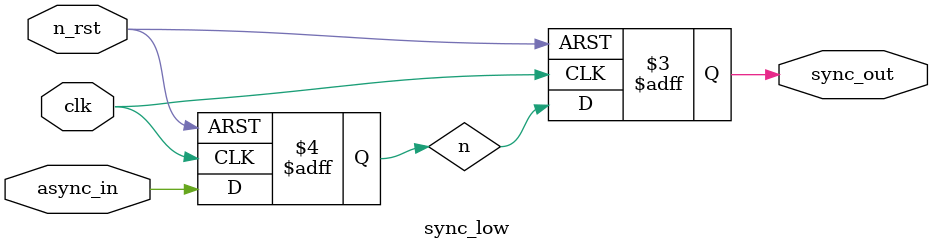
<source format=sv>
module sync_low
(
	input wire clk,
	input wire n_rst,
	input wire async_in,
	output reg sync_out
);

reg n;

always_ff@(posedge clk, negedge n_rst)
begin
	if(1'b0 == n_rst)begin
		n <= 0;
		sync_out <= 0;
	end
	else begin
		n <= async_in;
		sync_out <= n;
	end

end

endmodule

</source>
